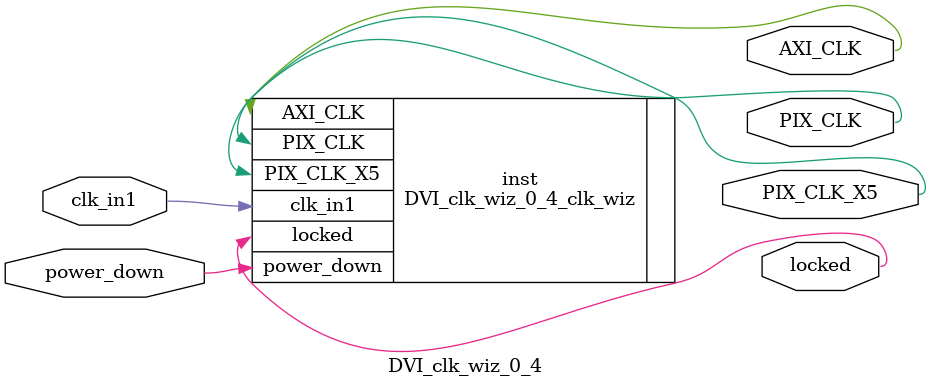
<source format=v>


`timescale 1ps/1ps

(* CORE_GENERATION_INFO = "DVI_clk_wiz_0_4,clk_wiz_v6_0_4_0_0,{component_name=DVI_clk_wiz_0_4,use_phase_alignment=true,use_min_o_jitter=true,use_max_i_jitter=false,use_dyn_phase_shift=false,use_inclk_switchover=false,use_dyn_reconfig=false,enable_axi=0,feedback_source=FDBK_AUTO,PRIMITIVE=PLL,num_out_clk=3,clkin1_period=8.000,clkin2_period=10.000,use_power_down=true,use_reset=false,use_locked=true,use_inclk_stopped=false,feedback_type=SINGLE,CLOCK_MGR_TYPE=NA,manual_override=false}" *)

module DVI_clk_wiz_0_4 
 (
  // Clock out ports
  output        PIX_CLK,
  output        PIX_CLK_X5,
  output        AXI_CLK,
  // Status and control signals
  input         power_down,
  output        locked,
 // Clock in ports
  input         clk_in1
 );

  DVI_clk_wiz_0_4_clk_wiz inst
  (
  // Clock out ports  
  .PIX_CLK(PIX_CLK),
  .PIX_CLK_X5(PIX_CLK_X5),
  .AXI_CLK(AXI_CLK),
  // Status and control signals               
  .power_down(power_down),
  .locked(locked),
 // Clock in ports
  .clk_in1(clk_in1)
  );

endmodule

</source>
